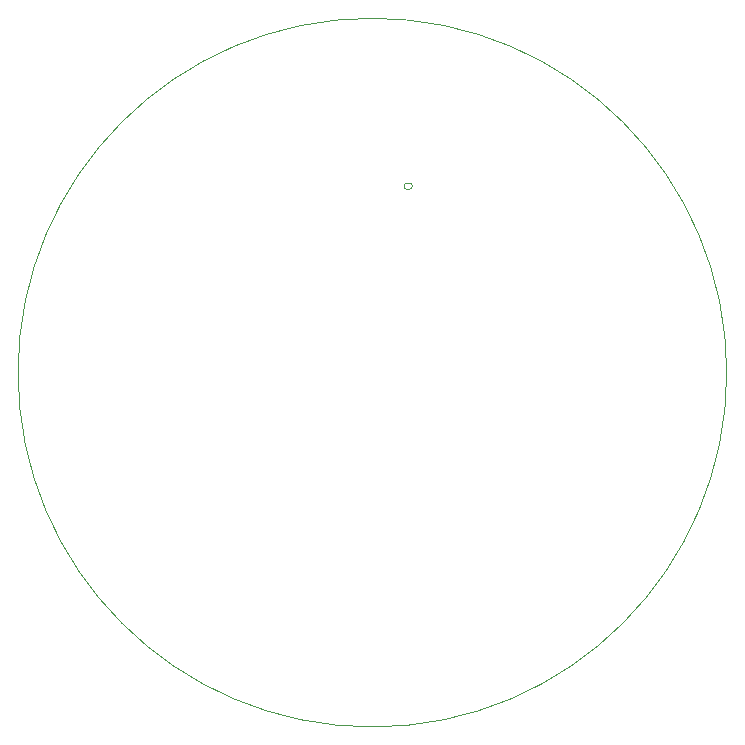
<source format=gbr>
%TF.GenerationSoftware,KiCad,Pcbnew,(5.1.10)-1*%
%TF.CreationDate,2021-12-05T21:12:05-05:00*%
%TF.ProjectId,poi_PCB,706f695f-5043-4422-9e6b-696361645f70,rev?*%
%TF.SameCoordinates,Original*%
%TF.FileFunction,Profile,NP*%
%FSLAX46Y46*%
G04 Gerber Fmt 4.6, Leading zero omitted, Abs format (unit mm)*
G04 Created by KiCad (PCBNEW (5.1.10)-1) date 2021-12-05 21:12:05*
%MOMM*%
%LPD*%
G01*
G04 APERTURE LIST*
%TA.AperFunction,Profile*%
%ADD10C,0.050000*%
%TD*%
%TA.AperFunction,Profile*%
%ADD11C,0.100000*%
%TD*%
G04 APERTURE END LIST*
D10*
X137501042Y-77500000D02*
G75*
G03*
X137501042Y-77500000I-30001042J0D01*
G01*
D11*
%TO.C,J4*%
X110436000Y-61974000D02*
X110636000Y-61974000D01*
X110636000Y-61454000D02*
X110436000Y-61454000D01*
X110636000Y-61974000D02*
G75*
G03*
X110896000Y-61714000I0J260000D01*
G01*
X110896000Y-61714000D02*
G75*
G03*
X110636000Y-61454000I-260000J0D01*
G01*
X110436000Y-61454000D02*
G75*
G03*
X110176000Y-61714000I0J-260000D01*
G01*
X110176000Y-61714000D02*
G75*
G03*
X110436000Y-61974000I260000J0D01*
G01*
%TD*%
M02*

</source>
